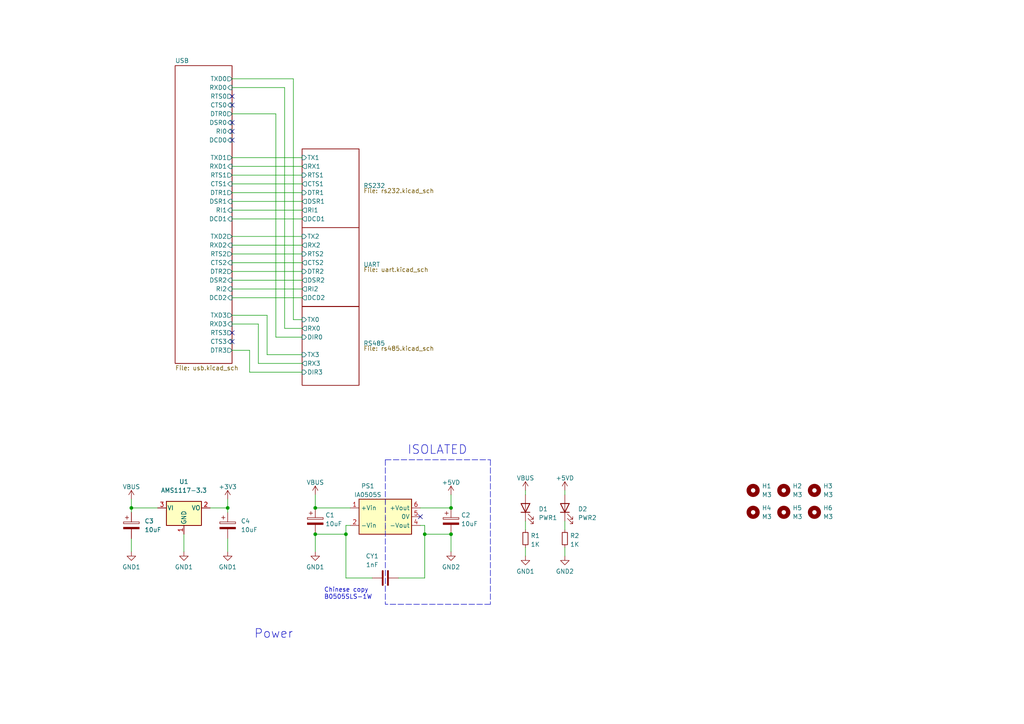
<source format=kicad_sch>
(kicad_sch (version 20211123) (generator eeschema)
  (paper "A4")
  (title_block (title "CH344 Isolated Serial Adapter") (date "2022-10-29") (rev "1") (company "Sleepy Pony Labs"))
  (lib_symbols
    (symbol "Converter_DCDC:IA0505S"
      (property "Reference" "PS" (at -7.62 6.35 0))
      (property "Value" "IA0505S" (at 1.27 6.35 0))
      (symbol "IA0505S_0_0"
        (pin power_in line (at -10.16 2.54 0) (length 2.54) (name "+Vin") (number "1"))
        (pin power_in line (at -10.16 -2.54 0) (length 2.54) (name "-Vin") (number "2"))
        (pin power_out line (at 10.16 -2.54 180) (length 2.54) (name "-Vout") (number "4"))
        (pin power_out line (at 10.16 0 180) (length 2.54) (name "0V") (number "5"))
        (pin power_out line (at 10.16 2.54 180) (length 2.54) (name "+Vout") (number "6"))
      )
      (symbol "IA0505S_0_1"
        (rectangle (start -7.62 5.08) (end 7.62 -5.08) (stroke (width 0.254)) (fill (type background)))
        (polyline (pts (xy 0 -2.54) (xy 0 -3.81)))
        (polyline (pts (xy 0 0) (xy 0 -1.27)))
        (polyline (pts (xy 0 2.54) (xy 0 1.27)))
        (polyline (pts (xy 0 5.08) (xy 0 3.81)))
      )
    )
    (symbol "Device:C" (pin_numbers hide) (pin_names (offset 0.254))
      (property "Reference" "C" (at 0.635 2.54 0))
      (property "Value" "C" (at 0.635 -2.54 0))
      (symbol "C_0_1"
        (polyline (pts (xy -2.032 -0.762) (xy 2.032 -0.762)) (stroke (width 0.508)))
        (polyline (pts (xy -2.032 0.762) (xy 2.032 0.762)) (stroke (width 0.508)))
      )
      (symbol "C_1_1"
        (pin passive line (at 0 3.81 270) (length 2.794) (name "~") (number "1"))
        (pin passive line (at 0 -3.81 90) (length 2.794) (name "~") (number "2"))
      )
    )
    (symbol "Device:C_Polarized" (pin_numbers hide) (pin_names (offset 0.254))
      (property "Reference" "C" (at 0.635 2.54 0))
      (property "Value" "C_Polarized" (at 0.635 -2.54 0))
      (symbol "C_Polarized_0_1"
        (rectangle (start -2.286 0.508) (end 2.286 1.016))
        (polyline (pts (xy -1.778 2.286) (xy -0.762 2.286)))
        (polyline (pts (xy -1.27 2.794) (xy -1.27 1.778)))
        (rectangle (start 2.286 -0.508) (end -2.286 -1.016) (fill (type outline)))
      )
      (symbol "C_Polarized_1_1"
        (pin passive line (at 0 3.81 270) (length 2.794) (name "~") (number "1"))
        (pin passive line (at 0 -3.81 90) (length 2.794) (name "~") (number "2"))
      )
    )
    (symbol "Device:LED" (pin_numbers hide) (pin_names (offset 1.016) hide)
      (property "Reference" "D" (at 0 2.54 0))
      (property "Value" "LED" (at 0 -2.54 0))
      (symbol "LED_0_1"
        (polyline (pts (xy -1.27 -1.27) (xy -1.27 1.27)) (stroke (width 0.254)))
        (polyline (pts (xy -1.27 0) (xy 1.27 0)))
        (polyline (pts (xy 1.27 -1.27) (xy 1.27 1.27) (xy -1.27 0) (xy 1.27 -1.27)) (stroke (width 0.254)))
        (polyline (pts (xy -3.048 -0.762) (xy -4.572 -2.286) (xy -3.81 -2.286) (xy -4.572 -2.286) (xy -4.572 -1.524)))
        (polyline (pts (xy -1.778 -0.762) (xy -3.302 -2.286) (xy -2.54 -2.286) (xy -3.302 -2.286) (xy -3.302 -1.524)))
      )
      (symbol "LED_1_1"
        (pin passive line (at -3.81 0 0) (length 2.54) (name "K") (number "1"))
        (pin passive line (at 3.81 0 180) (length 2.54) (name "A") (number "2"))
      )
    )
    (symbol "Device:R_Small" (pin_numbers hide) (pin_names (offset 0.254) hide)
      (property "Reference" "R" (at 0.762 0.508 0))
      (property "Value" "R_Small" (at 0.762 -1.016 0))
      (symbol "R_Small_0_1"
        (rectangle (start -0.762 1.778) (end 0.762 -1.778) (stroke (width 0.2032)))
      )
      (symbol "R_Small_1_1"
        (pin passive line (at 0 2.54 270) (length 0.762) (name "~") (number "1"))
        (pin passive line (at 0 -2.54 90) (length 0.762) (name "~") (number "2"))
      )
    )
    (symbol "Mechanical:MountingHole" (pin_names (offset 1.016))
      (property "Reference" "H" (at 0 5.08 0))
      (property "Value" "MountingHole" (at 0 3.175 0))
      (symbol "MountingHole_0_1"
        (circle (center 0 0) (radius 1.27) (stroke (width 1.27)))
      )
    )
    (symbol "Regulator_Linear:AMS1117-3.3" (pin_names (offset 0.254))
      (property "Reference" "U" (at -3.81 3.175 0))
      (property "Value" "AMS1117-3.3" (at 0 3.175 0))
      (symbol "AMS1117-3.3_0_1"
        (rectangle (start -5.08 -5.08) (end 5.08 1.905) (stroke (width 0.254)) (fill (type background)))
      )
      (symbol "AMS1117-3.3_1_1"
        (pin power_in line (at 0 -7.62 90) (length 2.54) (name "GND") (number "1"))
        (pin power_out line (at 7.62 0 180) (length 2.54) (name "VO") (number "2"))
        (pin power_in line (at -7.62 0 0) (length 2.54) (name "VI") (number "3"))
      )
    )
    (symbol "power:+3V3" (power) (pin_names (offset 0))
      (property "Value" "+3V3" (at 0 3.556 0))
      (symbol "+3V3_0_1"
        (polyline (pts (xy -0.762 1.27) (xy 0 2.54)))
        (polyline (pts (xy 0 0) (xy 0 2.54)))
        (polyline (pts (xy 0 2.54) (xy 0.762 1.27)))
      )
      (symbol "+3V3_1_1"
        (pin power_in line (at 0 0 90) (length 0) hide (name "+3V3") (number "1"))
      )
    )
    (symbol "power:+5VD" (power) (pin_names (offset 0))
      (property "Value" "+5VD" (at 0 3.556 0))
      (symbol "+5VD_0_1"
        (polyline (pts (xy -0.762 1.27) (xy 0 2.54)))
        (polyline (pts (xy 0 0) (xy 0 2.54)))
        (polyline (pts (xy 0 2.54) (xy 0.762 1.27)))
      )
      (symbol "+5VD_1_1"
        (pin power_in line (at 0 0 90) (length 0) hide (name "+5VD") (number "1"))
      )
    )
    (symbol "power:GND1" (power) (pin_names (offset 0))
      (property "Value" "GND1" (at 0 -3.81 0))
      (symbol "GND1_0_1"
        (polyline (pts (xy 0 0) (xy 0 -1.27) (xy 1.27 -1.27) (xy 0 -2.54) (xy -1.27 -1.27) (xy 0 -1.27)))
      )
      (symbol "GND1_1_1"
        (pin power_in line (at 0 0 270) (length 0) hide (name "GND1") (number "1"))
      )
    )
    (symbol "power:GND2" (power) (pin_names (offset 0))
      (property "Value" "GND2" (at 0 -3.81 0))
      (symbol "GND2_0_1"
        (polyline (pts (xy 0 0) (xy 0 -1.27) (xy 1.27 -1.27) (xy 0 -2.54) (xy -1.27 -1.27) (xy 0 -1.27)))
      )
      (symbol "GND2_1_1"
        (pin power_in line (at 0 0 270) (length 0) hide (name "GND2") (number "1"))
      )
    )
    (symbol "power:VBUS" (power) (pin_names (offset 0))
      (property "Value" "VBUS" (at 0 3.81 0))
      (symbol "VBUS_0_1"
        (polyline (pts (xy -0.762 1.27) (xy 0 2.54)))
        (polyline (pts (xy 0 0) (xy 0 2.54)))
        (polyline (pts (xy 0 2.54) (xy 0.762 1.27)))
      )
      (symbol "VBUS_1_1"
        (pin power_in line (at 0 0 90) (length 0) hide (name "VBUS") (number "1"))
      )
    )
  )
  (junction (at 91.44 147.32))
  (junction (at 130.81 147.32))
  (junction (at 66.04 147.32))
  (junction (at 130.81 154.94))
  (junction (at 38.1 147.32))
  (junction (at 100.33 154.94))
  (junction (at 91.44 154.94))
  (junction (at 123.19 154.94))
  (no_connect (at 67.31 96.52))
  (no_connect (at 67.31 99.06))
  (no_connect (at 121.92 149.86))
  (no_connect (at 67.31 35.56))
  (no_connect (at 67.31 38.1))
  (no_connect (at 67.31 40.64))
  (no_connect (at 67.31 27.94))
  (no_connect (at 67.31 30.48))
  (wire (pts (xy 163.83 158.75) (xy 163.83 161.29)))
  (wire (pts (xy 72.39 101.6) (xy 72.39 107.95)))
  (wire (pts (xy 130.81 154.94) (xy 130.81 160.02)))
  (wire (pts (xy 100.33 167.64) (xy 100.33 154.94)))
  (wire (pts (xy 74.93 105.41) (xy 87.63 105.41)))
  (wire (pts (xy 67.31 78.74) (xy 87.63 78.74)))
  (wire (pts (xy 123.19 154.94) (xy 130.81 154.94)))
  (wire (pts (xy 130.81 143.51) (xy 130.81 147.32)))
  (wire (pts (xy 87.63 95.25) (xy 82.55 95.25)))
  (wire (pts (xy 152.4 151.13) (xy 152.4 153.67)))
  (wire (pts (xy 123.19 152.4) (xy 123.19 154.94)))
  (wire (pts (xy 152.4 142.24) (xy 152.4 143.51)))
  (wire (pts (xy 67.31 58.42) (xy 87.63 58.42)))
  (wire (pts (xy 163.83 142.24) (xy 163.83 143.51)))
  (wire (pts (xy 67.31 101.6) (xy 72.39 101.6)))
  (wire (pts (xy 67.31 76.2) (xy 87.63 76.2)))
  (polyline (pts (xy 142.24 133.35) (xy 142.24 175.26)))
  (wire (pts (xy 38.1 147.32) (xy 45.72 147.32)))
  (wire (pts (xy 72.39 107.95) (xy 87.63 107.95)))
  (wire (pts (xy 74.93 93.98) (xy 74.93 105.41)))
  (wire (pts (xy 82.55 95.25) (xy 82.55 25.4)))
  (wire (pts (xy 66.04 144.78) (xy 66.04 147.32)))
  (wire (pts (xy 67.31 86.36) (xy 87.63 86.36)))
  (wire (pts (xy 60.96 147.32) (xy 66.04 147.32)))
  (wire (pts (xy 115.57 167.64) (xy 123.19 167.64)))
  (wire (pts (xy 67.31 73.66) (xy 87.63 73.66)))
  (wire (pts (xy 107.95 167.64) (xy 100.33 167.64)))
  (wire (pts (xy 67.31 93.98) (xy 74.93 93.98)))
  (wire (pts (xy 66.04 156.21) (xy 66.04 160.02)))
  (wire (pts (xy 67.31 83.82) (xy 87.63 83.82)))
  (wire (pts (xy 163.83 151.13) (xy 163.83 153.67)))
  (wire (pts (xy 67.31 48.26) (xy 87.63 48.26)))
  (wire (pts (xy 152.4 158.75) (xy 152.4 161.29)))
  (wire (pts (xy 77.47 91.44) (xy 77.47 102.87)))
  (polyline (pts (xy 142.24 175.26) (xy 111.76 175.26)))
  (wire (pts (xy 80.01 33.02) (xy 67.31 33.02)))
  (wire (pts (xy 87.63 97.79) (xy 80.01 97.79)))
  (wire (pts (xy 77.47 102.87) (xy 87.63 102.87)))
  (wire (pts (xy 67.31 50.8) (xy 87.63 50.8)))
  (wire (pts (xy 80.01 97.79) (xy 80.01 33.02)))
  (wire (pts (xy 100.33 152.4) (xy 101.6 152.4)))
  (wire (pts (xy 67.31 91.44) (xy 77.47 91.44)))
  (wire (pts (xy 67.31 53.34) (xy 87.63 53.34)))
  (wire (pts (xy 67.31 60.96) (xy 87.63 60.96)))
  (wire (pts (xy 38.1 144.78) (xy 38.1 147.32)))
  (wire (pts (xy 66.04 147.32) (xy 66.04 148.59)))
  (wire (pts (xy 53.34 154.94) (xy 53.34 160.02)))
  (wire (pts (xy 38.1 148.59) (xy 38.1 147.32)))
  (wire (pts (xy 85.09 22.86) (xy 67.31 22.86)))
  (wire (pts (xy 121.92 152.4) (xy 123.19 152.4)))
  (wire (pts (xy 67.31 68.58) (xy 87.63 68.58)))
  (wire (pts (xy 67.31 63.5) (xy 87.63 63.5)))
  (wire (pts (xy 87.63 92.71) (xy 85.09 92.71)))
  (wire (pts (xy 91.44 143.51) (xy 91.44 147.32)))
  (wire (pts (xy 85.09 92.71) (xy 85.09 22.86)))
  (polyline (pts (xy 111.76 133.35) (xy 142.24 133.35)))
  (wire (pts (xy 91.44 147.32) (xy 101.6 147.32)))
  (wire (pts (xy 123.19 167.64) (xy 123.19 154.94)))
  (wire (pts (xy 67.31 71.12) (xy 87.63 71.12)))
  (wire (pts (xy 100.33 152.4) (xy 100.33 154.94)))
  (wire (pts (xy 91.44 154.94) (xy 100.33 154.94)))
  (wire (pts (xy 82.55 25.4) (xy 67.31 25.4)))
  (wire (pts (xy 38.1 156.21) (xy 38.1 160.02)))
  (wire (pts (xy 91.44 154.94) (xy 91.44 160.02)))
  (wire (pts (xy 67.31 55.88) (xy 87.63 55.88)))
  (wire (pts (xy 121.92 147.32) (xy 130.81 147.32)))
  (wire (pts (xy 67.31 81.28) (xy 87.63 81.28)))
  (wire (pts (xy 67.31 45.72) (xy 87.63 45.72)))
  (polyline (pts (xy 111.76 133.35) (xy 111.76 175.26)))
  (text "ISOLATED" (at 118.11 132.08 0) (effects (font (size 2.54 2.54)) (justify left bottom)))
  (text "Power" (at 73.66 185.42 0) (effects (font (size 2.54 2.54)) (justify left bottom)))
  (text "Chinese copy\nB0505SLS-1W" (at 93.98 173.99 0) (effects (font (size 1.27 1.27)) (justify left bottom)))
  (symbol (lib_id "Mechanical:MountingHole") (at 227.33 142.24 0) (unit 1)
    (property "Reference" "H2" (at 229.87 140.9699 0) (effects (justify left)))
    (property "Value" "M3" (at 229.87 143.5099 0) (effects (justify left)))
    (property "Footprint" "MountingHole:MountingHole_3.2mm_M3" (effects hide))
  )
  (symbol (lib_id "power:GND2") (at 163.83 161.29 0) (unit 1)
    (property "Reference" "#PWR013" (effects hide))
    (property "Value" "GND2" (at 163.83 165.7334 0))
  )
  (symbol (lib_id "Regulator_Linear:AMS1117-3.3") (at 53.34 147.32 0) (unit 1)
    (property "Reference" "U1" (at 53.34 139.7 0))
    (property "Value" "AMS1117-3.3" (at 53.34 142.24 0))
    (property "Footprint" "Package_TO_SOT_SMD:SOT-223-3_TabPin2" (effects hide))
    (property "Datasheet" "http://www.advanced-monolithic.com/pdf/ds1117.pdf" (effects hide))
  )
  (symbol (lib_id "Mechanical:MountingHole") (at 227.33 148.59 0) (unit 1)
    (property "Reference" "H5" (at 229.87 147.3199 0) (effects (justify left)))
    (property "Value" "M3" (at 229.87 149.8599 0) (effects (justify left)))
    (property "Footprint" "MountingHole:MountingHole_3.2mm_M3" (effects hide))
  )
  (symbol (lib_id "Device:R_Small") (at 163.83 156.21 0) (unit 1)
    (property "Reference" "R2" (at 165.3286 155.3753 0) (effects (justify left)))
    (property "Value" "1K" (at 165.3286 157.9122 0) (effects (justify left)))
    (property "Footprint" "Resistor_SMD:R_0603_1608Metric" (effects hide))
  )
  (symbol (lib_id "power:GND1") (at 38.1 160.02 0) (unit 1)
    (property "Reference" "#PWR07" (effects hide))
    (property "Value" "GND1" (at 38.1 164.4634 0))
  )
  (symbol (lib_id "Device:LED") (at 163.83 147.32 90) (unit 1)
    (property "Reference" "D2" (at 167.64 147.6374 90) (effects (justify right)))
    (property "Value" "PWR2" (at 167.64 150.1774 90) (effects (justify right)))
    (property "Footprint" "LED_THT:LED_Rectangular_W3.0mm_H2.0mm" (effects hide))
  )
  (symbol (lib_id "Device:C_Polarized") (at 130.81 151.13 0) (unit 1)
    (property "Reference" "C2" (at 133.731 149.4063 0) (effects (justify left)))
    (property "Value" "10uF" (at 133.731 151.9432 0) (effects (justify left)))
    (property "Footprint" "Capacitor_THT:CP_Radial_D4.0mm_P1.50mm" (effects hide))
  )
  (symbol (lib_id "power:GND1") (at 152.4 161.29 0) (unit 1)
    (property "Reference" "#PWR012" (effects hide))
    (property "Value" "GND1" (at 152.4 165.7334 0))
  )
  (symbol (lib_id "power:+3V3") (at 66.04 144.78 0) (unit 1)
    (property "Reference" "#PWR06" (effects hide))
    (property "Value" "+3V3" (at 66.04 141.2042 0))
  )
  (symbol (lib_id "power:+5VD") (at 163.83 142.24 0) (unit 1)
    (property "Reference" "#PWR02" (effects hide))
    (property "Value" "+5VD" (at 163.83 138.6642 0))
  )
  (symbol (lib_id "Device:C_Polarized") (at 66.04 152.4 0) (unit 1)
    (property "Reference" "C4" (at 69.85 151.13 0) (effects (justify left)))
    (property "Value" "10uF" (at 69.85 153.67 0) (effects (justify left)))
    (property "Footprint" "Capacitor_THT:CP_Radial_D4.0mm_P1.50mm" (effects hide))
  )
  (symbol (lib_id "Mechanical:MountingHole") (at 236.22 148.59 0) (unit 1)
    (property "Reference" "H6" (at 238.76 147.3199 0) (effects (justify left)))
    (property "Value" "M3" (at 238.76 149.8599 0) (effects (justify left)))
    (property "Footprint" "MountingHole:MountingHole_3.2mm_M3" (effects hide))
  )
  (symbol (lib_id "Device:C") (at 111.76 167.64 90) (unit 1)
    (property "Reference" "CY1" (at 107.95 161.29 90))
    (property "Value" "1nF" (at 107.95 163.83 90))
    (property "Footprint" "Capacitor_THT:C_Disc_D7.5mm_W5.0mm_P7.50mm" (effects hide))
  )
  (symbol (lib_id "power:VBUS") (at 91.44 143.51 0) (unit 1)
    (property "Reference" "#PWR03" (effects hide))
    (property "Value" "VBUS" (at 91.44 139.9342 0))
  )
  (symbol (lib_id "power:GND1") (at 66.04 160.02 0) (unit 1)
    (property "Reference" "#PWR09" (effects hide))
    (property "Value" "GND1" (at 66.04 164.4634 0))
  )
  (symbol (lib_id "Device:R_Small") (at 152.4 156.21 0) (unit 1)
    (property "Reference" "R1" (at 153.8986 155.3753 0) (effects (justify left)))
    (property "Value" "1K" (at 153.8986 157.9122 0) (effects (justify left)))
    (property "Footprint" "Resistor_SMD:R_0603_1608Metric" (effects hide))
  )
  (symbol (lib_id "Device:C_Polarized") (at 91.44 151.13 0) (unit 1)
    (property "Reference" "C1" (at 94.361 149.4063 0) (effects (justify left)))
    (property "Value" "10uF" (at 94.361 151.9432 0) (effects (justify left)))
    (property "Footprint" "Capacitor_THT:CP_Radial_D4.0mm_P1.50mm" (effects hide))
  )
  (symbol (lib_id "power:GND1") (at 53.34 160.02 0) (unit 1)
    (property "Reference" "#PWR08" (effects hide))
    (property "Value" "GND1" (at 53.34 164.4634 0))
  )
  (symbol (lib_id "Mechanical:MountingHole") (at 236.22 142.24 0) (unit 1)
    (property "Reference" "H3" (at 238.76 140.9699 0) (effects (justify left)))
    (property "Value" "M3" (at 238.76 143.5099 0) (effects (justify left)))
    (property "Footprint" "MountingHole:MountingHole_3.2mm_M3" (effects hide))
  )
  (symbol (lib_id "Device:LED") (at 152.4 147.32 90) (unit 1)
    (property "Reference" "D1" (at 156.21 147.6374 90) (effects (justify right)))
    (property "Value" "PWR1" (at 156.21 150.1774 90) (effects (justify right)))
    (property "Footprint" "LED_THT:LED_Rectangular_W3.0mm_H2.0mm" (effects hide))
  )
  (symbol (lib_id "Mechanical:MountingHole") (at 218.44 142.24 0) (unit 1)
    (property "Reference" "H1" (at 220.98 140.9699 0) (effects (justify left)))
    (property "Value" "M3" (at 220.98 143.5099 0) (effects (justify left)))
    (property "Footprint" "MountingHole:MountingHole_3.2mm_M3" (effects hide))
  )
  (symbol (lib_id "power:GND1") (at 91.44 160.02 0) (unit 1)
    (property "Reference" "#PWR010" (effects hide))
    (property "Value" "GND1" (at 91.44 164.4634 0))
  )
  (symbol (lib_id "power:VBUS") (at 152.4 142.24 0) (unit 1)
    (property "Reference" "#PWR01" (effects hide))
    (property "Value" "VBUS" (at 152.4 138.6642 0))
  )
  (symbol (lib_id "Mechanical:MountingHole") (at 218.44 148.59 0) (unit 1)
    (property "Reference" "H4" (at 220.98 147.3199 0) (effects (justify left)))
    (property "Value" "M3" (at 220.98 149.8599 0) (effects (justify left)))
    (property "Footprint" "MountingHole:MountingHole_3.2mm_M3" (effects hide))
  )
  (symbol (lib_id "power:VBUS") (at 38.1 144.78 0) (unit 1)
    (property "Reference" "#PWR05" (effects hide))
    (property "Value" "VBUS" (at 38.1 141.2042 0))
  )
  (symbol (lib_id "Converter_DCDC:IA0505S") (at 111.76 149.86 0) (unit 1)
    (property "Reference" "PS1" (at 106.68 140.97 0))
    (property "Value" "IA0505S" (at 106.68 143.51 0))
    (property "Footprint" "Converter_DCDC:Converter_DCDC_XP_POWER-IAxxxxS_THT" (effects hide))
    (property "Datasheet" "https://www.xppower.com/pdfs/SF_IA.pdf" (effects hide))
  )
  (symbol (lib_id "power:+5VD") (at 130.81 143.51 0) (unit 1)
    (property "Reference" "#PWR04" (effects hide))
    (property "Value" "+5VD" (at 130.81 139.9342 0))
  )
  (symbol (lib_id "power:GND2") (at 130.81 160.02 0) (unit 1)
    (property "Reference" "#PWR011" (effects hide))
    (property "Value" "GND2" (at 130.81 164.4634 0))
  )
  (symbol (lib_id "Device:C_Polarized") (at 38.1 152.4 0) (unit 1)
    (property "Reference" "C3" (at 41.91 151.13 0) (effects (justify left)))
    (property "Value" "10uF" (at 41.91 153.67 0) (effects (justify left)))
    (property "Footprint" "Capacitor_THT:CP_Radial_D4.0mm_P1.50mm" (effects hide))
  )
  (sheet (at 87.63 88.9) (size 16.51 22.86) (stroke (width 0.1524))
    (property "Sheet name" "RS485" (at 105.41 100.33 0) (effects (justify left bottom)))
    (property "Sheet file" "rs485.kicad_sch" (at 105.41 100.33 0) (effects (justify left top)))
    (pin "RX3" output (at 87.63 105.41 180))
    (pin "TX3" input (at 87.63 102.87 180))
    (pin "DIR3" input (at 87.63 107.95 180))
    (pin "RX0" output (at 87.63 95.25 180))
    (pin "TX0" input (at 87.63 92.71 180))
    (pin "DIR0" input (at 87.63 97.79 180))
  )
  (sheet (at 50.8 19.05) (size 16.51 86.36) (stroke (width 0.1524))
    (property "Sheet name" "USB" (at 50.8 18.3384 0) (effects (justify left bottom)))
    (property "Sheet file" "usb.kicad_sch" (at 50.8 105.9946 0) (effects (justify left top)))
    (pin "CTS1" input (at 67.31 53.34 0))
    (pin "DSR1" input (at 67.31 58.42 0))
    (pin "DTR1" output (at 67.31 55.88 0))
    (pin "RI1" input (at 67.31 60.96 0))
    (pin "DCD1" input (at 67.31 63.5 0))
    (pin "RXD2" input (at 67.31 71.12 0))
    (pin "TXD2" output (at 67.31 68.58 0))
    (pin "RTS2" output (at 67.31 73.66 0))
    (pin "RTS1" output (at 67.31 50.8 0))
    (pin "RXD1" input (at 67.31 48.26 0))
    (pin "TXD1" output (at 67.31 45.72 0))
    (pin "DCD0" input (at 67.31 40.64 0))
    (pin "RI2" input (at 67.31 83.82 0))
    (pin "DSR2" input (at 67.31 81.28 0))
    (pin "CTS2" input (at 67.31 76.2 0))
    (pin "DTR2" output (at 67.31 78.74 0))
    (pin "DCD2" input (at 67.31 86.36 0))
    (pin "TXD0" output (at 67.31 22.86 0))
    (pin "RXD3" input (at 67.31 93.98 0))
    (pin "TXD3" output (at 67.31 91.44 0))
    (pin "RTS3" output (at 67.31 96.52 0))
    (pin "CTS3" input (at 67.31 99.06 0))
    (pin "DTR3" output (at 67.31 101.6 0))
    (pin "DSR0" input (at 67.31 35.56 0))
    (pin "CTS0" input (at 67.31 30.48 0))
    (pin "DTR0" output (at 67.31 33.02 0))
    (pin "RXD0" input (at 67.31 25.4 0))
    (pin "RTS0" output (at 67.31 27.94 0))
    (pin "RI0" input (at 67.31 38.1 0))
  )
  (sheet (at 87.63 66.04) (size 16.51 22.86) (stroke (width 0.1524))
    (property "Sheet name" "UART" (at 105.41 77.47 0) (effects (justify left bottom)))
    (property "Sheet file" "uart.kicad_sch" (at 105.41 77.47 0) (effects (justify left top)))
    (pin "RTS2" input (at 87.63 73.66 180))
    (pin "DTR2" input (at 87.63 78.74 180))
    (pin "DSR2" output (at 87.63 81.28 180))
    (pin "CTS2" output (at 87.63 76.2 180))
    (pin "RI2" output (at 87.63 83.82 180))
    (pin "DCD2" output (at 87.63 86.36 180))
    (pin "TX2" input (at 87.63 68.58 180))
    (pin "RX2" output (at 87.63 71.12 180))
  )
  (sheet (at 87.63 43.18) (size 16.51 22.86) (stroke (width 0.1524))
    (property "Sheet name" "RS232" (at 105.41 54.61 0) (effects (justify left bottom)))
    (property "Sheet file" "rs232.kicad_sch" (at 105.41 54.61 0) (effects (justify left top)))
    (pin "TX1" input (at 87.63 45.72 180))
    (pin "RX1" output (at 87.63 48.26 180))
    (pin "RTS1" input (at 87.63 50.8 180))
    (pin "CTS1" output (at 87.63 53.34 180))
    (pin "DTR1" input (at 87.63 55.88 180))
    (pin "DSR1" output (at 87.63 58.42 180))
    (pin "RI1" output (at 87.63 60.96 180))
    (pin "DCD1" output (at 87.63 63.5 180))
  )
)
</source>
